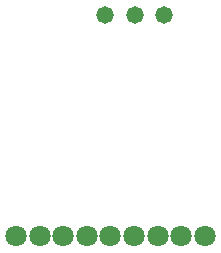
<source format=gbs>
G04 Layer_Color=16711935*
%FSAX25Y25*%
%MOIN*%
G70*
G01*
G75*
%ADD41C,0.05800*%
%ADD42C,0.07100*%
D41*
X0552247Y0372422D02*
D03*
X0562321D02*
D03*
X0572195D02*
D03*
D42*
X0585668Y0298487D02*
D03*
X0522681D02*
D03*
X0530554D02*
D03*
X0538427D02*
D03*
X0546301D02*
D03*
X0554174D02*
D03*
X0562047D02*
D03*
X0569921D02*
D03*
X0577794D02*
D03*
M02*

</source>
